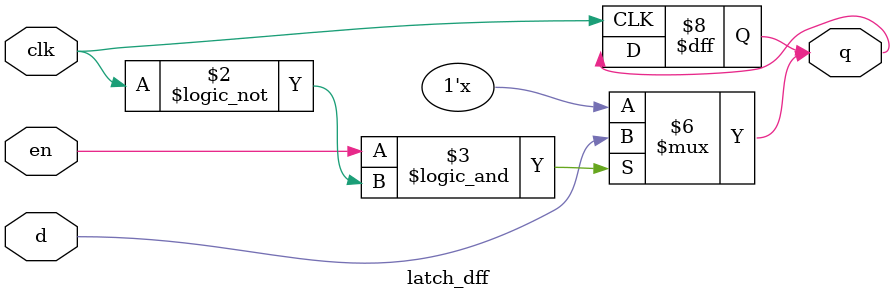
<source format=sv>
module latch_dff (
    input clk, en,
    input d,
    output reg q
);
always @(*) if (en && !clk) q = d; // 锁存阶段
always @(posedge clk) q <= q;     // 触发保持
endmodule
</source>
